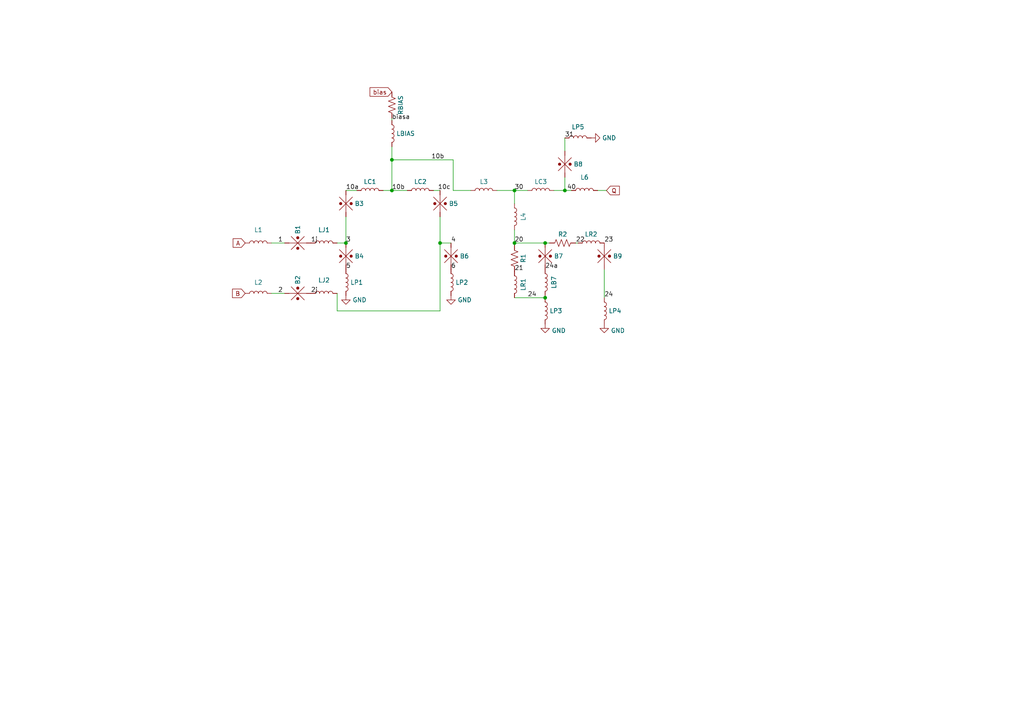
<source format=kicad_sch>
(kicad_sch (version 20211123) (generator eeschema)
  (paper "A4")
  (title_block (title "DSFQ OR") (date "2022-03-29"))
  (lib_symbols
    (symbol "Superconductors:Inductor" (pin_numbers hide) (pin_names (offset 1.016) hide)
      (property "Reference" "L" (at 0 2.032 0))
      (symbol "Inductor_0_1"
        (arc (start -1.27 0) (mid -1.905 0.635) (end -2.54 0))
        (arc (start 0 0) (mid -0.635 0.635) (end -1.27 0))
        (arc (start 1.27 0) (mid 0.635 0.635) (end 0 0))
        (arc (start 2.54 0) (mid 1.905 0.635) (end 1.27 0))
      )
      (symbol "Inductor_1_1"
        (pin passive line (at -3.81 0 0) (length 1.27) (name "1") (number "1"))
        (pin passive line (at 3.81 0 180) (length 1.27) (name "2") (number "2"))
      )
    )
    (symbol "Superconductors:Resistor" (pin_numbers hide) (pin_names (offset 0))
      (property "Reference" "R" (at 2.54 0 90))
      (symbol "Resistor_0_1"
        (polyline (pts (xy 0 -2.286) (xy 0 -2.54)))
        (polyline (pts (xy 0 2.286) (xy 0 2.54)))
        (polyline (pts (xy 0 -0.762) (xy 1.016 -1.143) (xy 0 -1.524) (xy -1.016 -1.905) (xy 0 -2.286)))
        (polyline (pts (xy 0 0.762) (xy 1.016 0.381) (xy 0 0) (xy -1.016 -0.381) (xy 0 -0.762)))
        (polyline (pts (xy 0 2.286) (xy 1.016 1.905) (xy 0 1.524) (xy -1.016 1.143) (xy 0 0.762)))
      )
      (symbol "Resistor_1_1"
        (pin passive line (at 0 3.81 270) (length 1.27) (name "~") (number "1"))
        (pin passive line (at 0 -3.81 90) (length 1.27) (name "~") (number "2"))
      )
    )
    (symbol "jjmit_1" (pin_numbers hide) (pin_names (offset 0))
      (property "Reference" "B" (at 3.175 0 90))
      (symbol "jjmit_1_0_1"
        (circle (center -1.524 0) (radius 0.3592) (fill (type outline)))
        (polyline (pts (xy -1.905 -1.905) (xy 1.905 1.905)))
        (polyline (pts (xy -1.905 1.905) (xy 1.905 -1.905)))
        (polyline (pts (xy 0 -2.54) (xy 0 2.54)))
        (circle (center 1.524 0) (radius 0.3592) (fill (type outline)))
      )
      (symbol "jjmit_1_1_1"
        (pin passive line (at 0 3.81 270) (length 1.27) (name "~") (number "1"))
        (pin passive line (at 0 -3.81 90) (length 1.27) (name "~") (number "2"))
      )
    )
    (symbol "power:GND" (power) (pin_names (offset 0))
      (property "Value" "GND" (at 0 -3.81 0))
      (symbol "GND_0_1"
        (polyline (pts (xy 0 0) (xy 0 -1.27) (xy 1.27 -1.27) (xy 0 -2.54) (xy -1.27 -1.27) (xy 0 -1.27)))
      )
      (symbol "GND_1_1"
        (pin power_in line (at 0 0 270) (length 0) hide (name "GND") (number "1"))
      )
    )
  )
  (junction (at 163.83 55.245))
  (junction (at 158.115 86.36))
  (junction (at 113.665 46.355))
  (junction (at 158.115 70.485))
  (junction (at 149.225 55.245))
  (junction (at 100.33 70.485))
  (junction (at 149.225 70.485))
  (junction (at 113.665 55.245))
  (junction (at 127.635 70.485))
  (wire (pts (xy 149.225 86.36) (xy 158.115 86.36)))
  (wire (pts (xy 97.79 85.09) (xy 97.79 90.17)))
  (wire (pts (xy 158.115 70.485) (xy 159.385 70.485)))
  (wire (pts (xy 165.735 55.245) (xy 163.83 55.245)))
  (wire (pts (xy 100.33 55.245) (xy 103.505 55.245)))
  (wire (pts (xy 149.225 71.12) (xy 149.225 70.485)))
  (wire (pts (xy 149.225 55.245) (xy 153.035 55.245)))
  (wire (pts (xy 113.665 55.245) (xy 118.11 55.245)))
  (wire (pts (xy 167.64 70.485) (xy 167.005 70.485)))
  (wire (pts (xy 131.445 55.245) (xy 136.525 55.245)))
  (wire (pts (xy 149.225 59.055) (xy 149.225 55.245)))
  (wire (pts (xy 175.26 78.105) (xy 175.26 86.36)))
  (wire (pts (xy 149.225 66.675) (xy 149.225 70.485)))
  (wire (pts (xy 131.445 46.355) (xy 113.665 46.355)))
  (wire (pts (xy 113.665 42.545) (xy 113.665 46.355)))
  (wire (pts (xy 97.79 90.17) (xy 127.635 90.17)))
  (wire (pts (xy 113.665 46.355) (xy 113.665 55.245)))
  (wire (pts (xy 158.115 85.725) (xy 158.115 86.36)))
  (wire (pts (xy 127.635 70.485) (xy 130.81 70.485)))
  (wire (pts (xy 173.355 55.245) (xy 175.895 55.245)))
  (wire (pts (xy 97.79 70.485) (xy 100.33 70.485)))
  (wire (pts (xy 163.83 55.245) (xy 163.83 51.435)))
  (wire (pts (xy 111.125 55.245) (xy 113.665 55.245)))
  (wire (pts (xy 127.635 62.865) (xy 127.635 70.485)))
  (wire (pts (xy 125.73 55.245) (xy 127.635 55.245)))
  (wire (pts (xy 127.635 90.17) (xy 127.635 70.485)))
  (wire (pts (xy 160.655 55.245) (xy 163.83 55.245)))
  (wire (pts (xy 131.445 55.245) (xy 131.445 46.355)))
  (wire (pts (xy 113.665 34.29) (xy 113.665 34.925)))
  (wire (pts (xy 163.83 43.815) (xy 163.83 40.005)))
  (wire (pts (xy 144.145 55.245) (xy 149.225 55.245)))
  (wire (pts (xy 78.74 70.485) (xy 82.55 70.485)))
  (wire (pts (xy 149.225 70.485) (xy 158.115 70.485)))
  (wire (pts (xy 78.74 85.09) (xy 82.55 85.09)))
  (wire (pts (xy 100.33 62.865) (xy 100.33 70.485)))
  (label "10c" (at 127 55.245 0))
  (label "3" (at 100.33 70.485 0))
  (label "biasa" (at 113.665 34.925 0))
  (label "1j" (at 90.17 70.485 0))
  (label "22" (at 167.005 70.485 0))
  (label "40" (at 164.465 55.245 0))
  (label "10b" (at 113.665 55.245 0))
  (label "24" (at 153.035 86.36 0))
  (label "23" (at 175.26 70.485 0))
  (label "4" (at 130.81 70.485 0))
  (label "1" (at 80.645 70.485 0))
  (label "20" (at 149.225 70.485 0))
  (label "10a" (at 100.33 55.245 0))
  (label "2j" (at 90.17 85.09 0))
  (label "10b" (at 125.095 46.355 0))
  (label "5" (at 100.33 78.105 0))
  (label "6" (at 130.81 78.105 0))
  (label "31" (at 163.83 40.005 0))
  (label "30" (at 149.225 55.245 0))
  (label "24a" (at 158.115 78.105 0))
  (label "24" (at 175.26 86.36 0))
  (label "2" (at 80.645 85.09 0))
  (label "21" (at 149.225 78.74 0))
  (global_label "B" (shape input) (at 71.12 85.09 180) (property "Intersheet References" "${INTERSHEET_REFS}" (effects hide)))
  (global_label "A" (shape input) (at 71.12 70.485 180) (property "Intersheet References" "${INTERSHEET_REFS}" (effects hide)))
  (global_label "Q" (shape input) (at 175.895 55.245 0) (property "Intersheet References" "${INTERSHEET_REFS}" (effects hide)))
  (global_label "bias" (shape input) (at 113.665 26.67 180) (property "Intersheet References" "${INTERSHEET_REFS}" (effects hide)))
  (symbol (lib_id "Superconductors:Inductor") (at 74.93 70.485 0) (unit 1)
    (property "Reference" "L1" (at 74.93 66.675 0))
    (property "Value" "Inductor" (effects hide))
  )
  (symbol (lib_name "jjmit_1") (lib_id "Superconductors:jjmit") (at 127.635 59.055 180) (unit 1)
    (property "Reference" "B5" (at 130.175 59.055 0) (effects (justify right)))
    (property "Value" "jjmit" (effects hide))
  )
  (symbol (lib_id "Superconductors:Inductor") (at 156.845 55.245 0) (unit 1)
    (property "Reference" "LC3" (at 156.845 52.705 0))
    (property "Value" "Inductor" (effects hide))
  )
  (symbol (lib_name "jjmit_1") (lib_id "Superconductors:jjmit") (at 175.26 74.295 180) (unit 1)
    (property "Reference" "B9" (at 177.8 74.295 0) (effects (justify right)))
    (property "Value" "jjmit" (effects hide))
  )
  (symbol (lib_id "Superconductors:Inductor") (at 158.115 90.17 270) (unit 1)
    (property "Reference" "LP3" (at 159.385 90.1699 90) (effects (justify left)))
    (property "Value" "Inductor" (effects hide))
  )
  (symbol (lib_id "Superconductors:Inductor") (at 149.225 62.865 270) (unit 1)
    (property "Reference" "L4" (at 151.765 62.865 0))
    (property "Value" "Inductor" (effects hide))
  )
  (symbol (lib_name "jjmit_1") (lib_id "Superconductors:jjmit") (at 130.81 74.295 180) (unit 1)
    (property "Reference" "B6" (at 133.35 74.295 0) (effects (justify right)))
    (property "Value" "jjmit" (effects hide))
  )
  (symbol (lib_id "power:GND") (at 171.45 40.005 90) (unit 1)
    (property "Reference" "#PWR05" (effects hide))
    (property "Value" "GND" (at 174.625 40.0049 90) (effects (justify right)))
  )
  (symbol (lib_id "Superconductors:Resistor") (at 149.225 74.93 180) (unit 1)
    (property "Reference" "R1" (at 151.765 74.93 90))
    (property "Value" "Resistor" (effects hide))
  )
  (symbol (lib_name "jjmit_1") (lib_id "Superconductors:jjmit") (at 100.33 59.055 180) (unit 1)
    (property "Reference" "B3" (at 102.87 59.055 0) (effects (justify right)))
    (property "Value" "jjmit" (effects hide))
  )
  (symbol (lib_name "jjmit_1") (lib_id "Superconductors:jjmit") (at 86.36 70.485 270) (unit 1)
    (property "Reference" "B1" (at 86.36 67.945 0) (effects (justify right)))
    (property "Value" "jjmit" (effects hide))
  )
  (symbol (lib_name "jjmit_1") (lib_id "Superconductors:jjmit") (at 86.36 85.09 270) (unit 1)
    (property "Reference" "B2" (at 86.36 82.55 0) (effects (justify right)))
    (property "Value" "jjmit" (effects hide))
  )
  (symbol (lib_id "Superconductors:Inductor") (at 74.93 85.09 0) (unit 1)
    (property "Reference" "L2" (at 74.93 81.915 0))
    (property "Value" "Inductor" (effects hide))
  )
  (symbol (lib_id "Superconductors:Inductor") (at 158.115 81.915 270) (unit 1)
    (property "Reference" "LB7" (at 160.655 81.915 0))
    (property "Value" "Inductor" (effects hide))
  )
  (symbol (lib_id "Superconductors:Resistor") (at 163.195 70.485 270) (unit 1)
    (property "Reference" "R2" (at 163.195 67.945 90))
    (property "Value" "Resistor" (effects hide))
  )
  (symbol (lib_id "Superconductors:Inductor") (at 140.335 55.245 0) (unit 1)
    (property "Reference" "L3" (at 140.335 52.705 0))
    (property "Value" "Inductor" (effects hide))
  )
  (symbol (lib_id "Superconductors:Inductor") (at 93.98 70.485 0) (unit 1)
    (property "Reference" "LJ1" (at 93.98 66.675 0))
    (property "Value" "Inductor" (effects hide))
  )
  (symbol (lib_id "power:GND") (at 100.33 85.725 0) (unit 1)
    (property "Reference" "#PWR01" (effects hide))
    (property "Value" "GND" (at 102.235 86.9949 0) (effects (justify left)))
  )
  (symbol (lib_id "Superconductors:Inductor") (at 169.545 55.245 0) (unit 1)
    (property "Reference" "L6" (at 169.545 51.435 0))
    (property "Value" "Inductor" (effects hide))
  )
  (symbol (lib_id "Superconductors:Inductor") (at 175.26 90.17 270) (unit 1)
    (property "Reference" "LP4" (at 176.53 90.1699 90) (effects (justify left)))
    (property "Value" "Inductor" (effects hide))
  )
  (symbol (lib_id "Superconductors:Inductor") (at 107.315 55.245 0) (unit 1)
    (property "Reference" "LC1" (at 107.315 52.705 0))
    (property "Value" "Inductor" (effects hide))
  )
  (symbol (lib_id "Superconductors:Inductor") (at 167.64 40.005 0) (unit 1)
    (property "Reference" "LP5" (at 167.64 36.83 0))
    (property "Value" "Inductor" (effects hide))
  )
  (symbol (lib_id "power:GND") (at 130.81 85.725 0) (unit 1)
    (property "Reference" "#PWR03" (effects hide))
    (property "Value" "GND" (at 132.715 86.9949 0) (effects (justify left)))
  )
  (symbol (lib_id "Superconductors:Inductor") (at 121.92 55.245 0) (unit 1)
    (property "Reference" "LC2" (at 121.92 52.705 0))
    (property "Value" "Inductor" (effects hide))
  )
  (symbol (lib_id "Superconductors:Inductor") (at 113.665 38.735 270) (unit 1)
    (property "Reference" "LBIAS" (at 114.935 38.7349 90) (effects (justify left)))
    (property "Value" "Inductor" (effects hide))
  )
  (symbol (lib_id "Superconductors:Inductor") (at 93.98 85.09 0) (unit 1)
    (property "Reference" "LJ2" (at 93.98 81.28 0))
    (property "Value" "Inductor" (effects hide))
  )
  (symbol (lib_id "Superconductors:Inductor") (at 171.45 70.485 0) (unit 1)
    (property "Reference" "LR2" (at 171.45 67.945 0))
    (property "Value" "Inductor" (effects hide))
  )
  (symbol (lib_id "power:GND") (at 158.115 93.98 0) (unit 1)
    (property "Reference" "#PWR04" (effects hide))
    (property "Value" "GND" (at 160.02 95.885 0) (effects (justify left)))
  )
  (symbol (lib_id "Superconductors:Inductor") (at 100.33 81.915 270) (unit 1)
    (property "Reference" "LP1" (at 101.6 81.9149 90) (effects (justify left)))
    (property "Value" "Inductor" (effects hide))
  )
  (symbol (lib_id "Superconductors:Inductor") (at 130.81 81.915 270) (unit 1)
    (property "Reference" "LP2" (at 132.08 81.9149 90) (effects (justify left)))
    (property "Value" "Inductor" (effects hide))
  )
  (symbol (lib_id "Superconductors:Inductor") (at 149.225 82.55 270) (unit 1)
    (property "Reference" "LR1" (at 151.765 82.55 0))
    (property "Value" "Inductor" (effects hide))
  )
  (symbol (lib_name "jjmit_1") (lib_id "Superconductors:jjmit") (at 100.33 74.295 180) (unit 1)
    (property "Reference" "B4" (at 102.87 74.295 0) (effects (justify right)))
    (property "Value" "jjmit" (effects hide))
  )
  (symbol (lib_id "Superconductors:Resistor") (at 113.665 30.48 180) (unit 1)
    (property "Reference" "RBIAS" (at 116.205 30.48 90))
    (property "Value" "Resistor" (effects hide))
  )
  (symbol (lib_name "jjmit_1") (lib_id "Superconductors:jjmit") (at 163.83 47.625 180) (unit 1)
    (property "Reference" "B8" (at 166.37 47.625 0) (effects (justify right)))
    (property "Value" "jjmit" (effects hide))
  )
  (symbol (lib_name "jjmit_1") (lib_id "Superconductors:jjmit") (at 158.115 74.295 180) (unit 1)
    (property "Reference" "B7" (at 160.655 74.295 0) (effects (justify right)))
    (property "Value" "jjmit" (effects hide))
  )
  (symbol (lib_id "power:GND") (at 175.26 93.98 0) (unit 1)
    (property "Reference" "#PWR?" (effects hide))
    (property "Value" "GND" (at 177.165 95.885 0) (effects (justify left)))
  )
)
</source>
